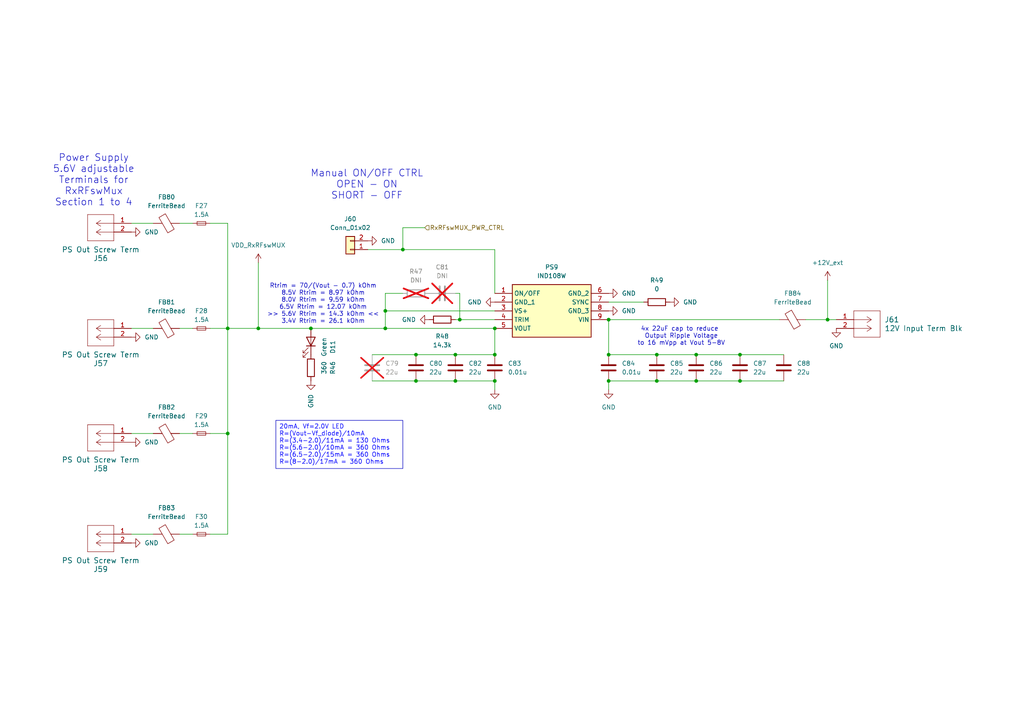
<source format=kicad_sch>
(kicad_sch (version 20231120) (generator "eeschema") (generator_version "8.0")
  (paper "A4")
  (title_block (title "PWR SPLY for RxRFswMUX") (date "2024-04-04") (rev "1.0"))
  (lib_symbols
    (symbol "BCRL_power_supply:IND108W"
      (property "Reference" "PS" (at 29.21 7.62 0))
      (property "Value" "IND108W" (at 29.21 5.08 0))
      (symbol "IND108W_1_1"
        (rectangle (start 5.08 2.54) (end 27.94 -12.7) (stroke (width 0.254)) (fill (type background)))
        (pin passive line (at 0 0 0) (length 5.08) (name "ON/OFF") (number "1"))
        (pin passive line (at 0 -2.54 0) (length 5.08) (name "GND_1") (number "2"))
        (pin passive line (at 0 -5.08 0) (length 5.08) (name "VS+") (number "3"))
        (pin passive line (at 0 -7.62 0) (length 5.08) (name "TRIM") (number "4"))
        (pin passive line (at 0 -10.16 0) (length 5.08) (name "VOUT") (number "5"))
        (pin passive line (at 33.02 0 180) (length 5.08) (name "GND_2") (number "6"))
        (pin passive line (at 33.02 -2.54 180) (length 5.08) (name "SYNC") (number "7"))
        (pin passive line (at 33.02 -5.08 180) (length 5.08) (name "GND_3") (number "8"))
        (pin passive line (at 33.02 -7.62 180) (length 5.08) (name "VIN") (number "9"))
      )
    )
    (symbol "BCRL_power_supply:OSTVN02A150" (pin_names (offset 0.254) hide)
      (property "Reference" "J" (at 8.89 6.35 0))
      (property "Value" "OSTVN02A150" (at 5.08 -6.35 0))
      (symbol "OSTVN02A150_1_1"
        (polyline (pts (xy 5.08 -5.08) (xy 12.7 -5.08)) (stroke (width 0.127)))
        (polyline (pts (xy 5.08 2.54) (xy 5.08 -5.08)) (stroke (width 0.127)))
        (polyline (pts (xy 10.16 -2.54) (xy 5.08 -2.54)) (stroke (width 0.127)))
        (polyline (pts (xy 10.16 -2.54) (xy 8.89 -3.3867)) (stroke (width 0.127)))
        (polyline (pts (xy 10.16 -2.54) (xy 8.89 -1.6933)) (stroke (width 0.127)))
        (polyline (pts (xy 10.16 0) (xy 5.08 0)) (stroke (width 0.127)))
        (polyline (pts (xy 10.16 0) (xy 8.89 -0.8467)) (stroke (width 0.127)))
        (polyline (pts (xy 10.16 0) (xy 8.89 0.8467)) (stroke (width 0.127)))
        (polyline (pts (xy 12.7 -5.08) (xy 12.7 2.54)) (stroke (width 0.127)))
        (polyline (pts (xy 12.7 2.54) (xy 5.08 2.54)) (stroke (width 0.127)))
        (pin unspecified line (at 0 0 0) (length 5.08) (name "1") (number "1"))
        (pin unspecified line (at 0 -2.54 0) (length 5.08) (name "2") (number "2"))
      )
      (symbol "OSTVN02A150_1_2"
        (polyline (pts (xy 5.08 -5.08) (xy 12.7 -5.08)) (stroke (width 0.127)))
        (polyline (pts (xy 5.08 2.54) (xy 5.08 -5.08)) (stroke (width 0.127)))
        (polyline (pts (xy 7.62 -2.54) (xy 5.08 -2.54)) (stroke (width 0.127)))
        (polyline (pts (xy 7.62 -2.54) (xy 8.89 -3.3867)) (stroke (width 0.127)))
        (polyline (pts (xy 7.62 -2.54) (xy 8.89 -1.6933)) (stroke (width 0.127)))
        (polyline (pts (xy 7.62 0) (xy 5.08 0)) (stroke (width 0.127)))
        (polyline (pts (xy 7.62 0) (xy 8.89 -0.8467)) (stroke (width 0.127)))
        (polyline (pts (xy 7.62 0) (xy 8.89 0.8467)) (stroke (width 0.127)))
        (polyline (pts (xy 12.7 -5.08) (xy 12.7 2.54)) (stroke (width 0.127)))
        (polyline (pts (xy 12.7 2.54) (xy 5.08 2.54)) (stroke (width 0.127)))
        (pin unspecified line (at 0 0 0) (length 5.08) (name "1") (number "1"))
        (pin unspecified line (at 0 -2.54 0) (length 5.08) (name "2") (number "2"))
      )
    )
    (symbol "C_1" (pin_numbers hide) (pin_names (offset 0.254) hide)
      (property "Reference" "C" (at 0.635 2.54 0))
      (property "Value" "C" (at 0.635 -2.54 0))
      (symbol "C_1_0_1"
        (polyline (pts (xy -2.032 -0.762) (xy 2.032 -0.762)) (stroke (width 0.508)))
        (polyline (pts (xy -2.032 0.762) (xy 2.032 0.762)) (stroke (width 0.508)))
      )
      (symbol "C_1_1_1"
        (pin passive line (at 0 3.81 270) (length 2.794) (name "~") (number "1"))
        (pin passive line (at 0 -3.81 90) (length 2.794) (name "~") (number "2"))
      )
    )
    (symbol "Connector_Generic:Conn_01x02" (pin_names (offset 1.016) hide)
      (property "Reference" "J" (at 0 2.54 0))
      (property "Value" "Conn_01x02" (at 0 -5.08 0))
      (symbol "Conn_01x02_1_1"
        (rectangle (start -1.27 -2.413) (end 0 -2.667) (stroke (width 0.1524)))
        (rectangle (start -1.27 0.127) (end 0 -0.127) (stroke (width 0.1524)))
        (rectangle (start -1.27 1.27) (end 1.27 -3.81) (stroke (width 0.254)) (fill (type background)))
        (pin passive line (at -5.08 0 0) (length 3.81) (name "Pin_1") (number "1"))
        (pin passive line (at -5.08 -2.54 0) (length 3.81) (name "Pin_2") (number "2"))
      )
    )
    (symbol "Device:C" (pin_numbers hide) (pin_names (offset 0.254))
      (property "Reference" "C" (at 0.635 2.54 0))
      (property "Value" "C" (at 0.635 -2.54 0))
      (symbol "C_0_1"
        (polyline (pts (xy -2.032 -0.762) (xy 2.032 -0.762)) (stroke (width 0.508)))
        (polyline (pts (xy -2.032 0.762) (xy 2.032 0.762)) (stroke (width 0.508)))
      )
      (symbol "C_1_1"
        (pin passive line (at 0 3.81 270) (length 2.794) (name "~") (number "1"))
        (pin passive line (at 0 -3.81 90) (length 2.794) (name "~") (number "2"))
      )
    )
    (symbol "Device:FerriteBead" (pin_numbers hide) (pin_names (offset 0))
      (property "Reference" "FB" (at -3.81 0.635 90))
      (property "Value" "FerriteBead" (at 3.81 0 90))
      (symbol "FerriteBead_0_1"
        (polyline (pts (xy 0 -1.27) (xy 0 -1.2192)))
        (polyline (pts (xy 0 1.27) (xy 0 1.2954)))
        (polyline (pts (xy -2.7686 0.4064) (xy -1.7018 2.2606) (xy 2.7686 -0.3048) (xy 1.6764 -2.159) (xy -2.7686 0.4064)))
      )
      (symbol "FerriteBead_1_1"
        (pin passive line (at 0 3.81 270) (length 2.54) (name "~") (number "1"))
        (pin passive line (at 0 -3.81 90) (length 2.54) (name "~") (number "2"))
      )
    )
    (symbol "Device:Fuse_Small" (pin_numbers hide) (pin_names (offset 0.254) hide)
      (property "Reference" "F" (at 0 -1.524 0))
      (property "Value" "Fuse_Small" (at 0 1.524 0))
      (symbol "Fuse_Small_0_1"
        (rectangle (start -1.27 0.508) (end 1.27 -0.508))
        (polyline (pts (xy -1.27 0) (xy 1.27 0)))
      )
      (symbol "Fuse_Small_1_1"
        (pin passive line (at -2.54 0 0) (length 1.27) (name "~") (number "1"))
        (pin passive line (at 2.54 0 180) (length 1.27) (name "~") (number "2"))
      )
    )
    (symbol "Device:LED" (pin_numbers hide) (pin_names (offset 1.016) hide)
      (property "Reference" "D" (at 0 2.54 0))
      (property "Value" "LED" (at 0 -2.54 0))
      (symbol "LED_0_1"
        (polyline (pts (xy -1.27 -1.27) (xy -1.27 1.27)) (stroke (width 0.254)))
        (polyline (pts (xy -1.27 0) (xy 1.27 0)))
        (polyline (pts (xy 1.27 -1.27) (xy 1.27 1.27) (xy -1.27 0) (xy 1.27 -1.27)) (stroke (width 0.254)))
        (polyline (pts (xy -3.048 -0.762) (xy -4.572 -2.286) (xy -3.81 -2.286) (xy -4.572 -2.286) (xy -4.572 -1.524)))
        (polyline (pts (xy -1.778 -0.762) (xy -3.302 -2.286) (xy -2.54 -2.286) (xy -3.302 -2.286) (xy -3.302 -1.524)))
      )
      (symbol "LED_1_1"
        (pin passive line (at -3.81 0 0) (length 2.54) (name "K") (number "1"))
        (pin passive line (at 3.81 0 180) (length 2.54) (name "A") (number "2"))
      )
    )
    (symbol "Device:R" (pin_numbers hide) (pin_names (offset 0))
      (property "Reference" "R" (at 2.032 0 90))
      (property "Value" "R" (at 0 0 90))
      (symbol "R_0_1"
        (rectangle (start -1.016 -2.54) (end 1.016 2.54) (stroke (width 0.254)))
      )
      (symbol "R_1_1"
        (pin passive line (at 0 3.81 270) (length 1.27) (name "~") (number "1"))
        (pin passive line (at 0 -3.81 90) (length 1.27) (name "~") (number "2"))
      )
    )
    (symbol "GND_1" (power) (pin_numbers hide) (pin_names (offset 0) hide)
      (property "Value" "GND" (at 0 -3.81 0))
      (symbol "GND_1_0_1"
        (polyline (pts (xy 0 0) (xy 0 -1.27) (xy 1.27 -1.27) (xy 0 -2.54) (xy -1.27 -1.27) (xy 0 -1.27)))
      )
      (symbol "GND_1_1_1"
        (pin power_in line (at 0 0 270) (length 0) hide (name "GND") (number "1"))
      )
    )
    (symbol "GND_2" (power) (pin_numbers hide) (pin_names (offset 0) hide)
      (property "Value" "GND" (at 0 -3.81 0))
      (symbol "GND_2_0_1"
        (polyline (pts (xy 0 0) (xy 0 -1.27) (xy 1.27 -1.27) (xy 0 -2.54) (xy -1.27 -1.27) (xy 0 -1.27)))
      )
      (symbol "GND_2_1_1"
        (pin power_in line (at 0 0 270) (length 0) hide (name "GND") (number "1"))
      )
    )
    (symbol "GND_3" (power) (pin_numbers hide) (pin_names (offset 0) hide)
      (property "Value" "GND" (at 0 -3.81 0))
      (symbol "GND_3_0_1"
        (polyline (pts (xy 0 0) (xy 0 -1.27) (xy 1.27 -1.27) (xy 0 -2.54) (xy -1.27 -1.27) (xy 0 -1.27)))
      )
      (symbol "GND_3_1_1"
        (pin power_in line (at 0 0 270) (length 0) hide (name "GND") (number "1"))
      )
    )
    (symbol "GND_4" (power) (pin_numbers hide) (pin_names (offset 0) hide)
      (property "Value" "GND" (at 0 -3.81 0))
      (symbol "GND_4_0_1"
        (polyline (pts (xy 0 0) (xy 0 -1.27) (xy 1.27 -1.27) (xy 0 -2.54) (xy -1.27 -1.27) (xy 0 -1.27)))
      )
      (symbol "GND_4_1_1"
        (pin power_in line (at 0 0 270) (length 0) hide (name "GND") (number "1"))
      )
    )
    (symbol "GND_5" (power) (pin_numbers hide) (pin_names (offset 0) hide)
      (property "Value" "GND" (at 0 -3.81 0))
      (symbol "GND_5_0_1"
        (polyline (pts (xy 0 0) (xy 0 -1.27) (xy 1.27 -1.27) (xy 0 -2.54) (xy -1.27 -1.27) (xy 0 -1.27)))
      )
      (symbol "GND_5_1_1"
        (pin power_in line (at 0 0 270) (length 0) hide (name "GND") (number "1"))
      )
    )
    (symbol "power:+12V" (power) (pin_numbers hide) (pin_names (offset 0) hide)
      (property "Value" "+12V" (at 0 3.556 0))
      (symbol "+12V_0_1"
        (polyline (pts (xy -0.762 1.27) (xy 0 2.54)))
        (polyline (pts (xy 0 0) (xy 0 2.54)))
        (polyline (pts (xy 0 2.54) (xy 0.762 1.27)))
      )
      (symbol "+12V_1_1"
        (pin power_in line (at 0 0 90) (length 0) (name "~") (number "1"))
      )
    )
    (symbol "power:GND" (power) (pin_numbers hide) (pin_names (offset 0) hide)
      (property "Value" "GND" (at 0 -3.81 0))
      (symbol "GND_0_1"
        (polyline (pts (xy 0 0) (xy 0 -1.27) (xy 1.27 -1.27) (xy 0 -2.54) (xy -1.27 -1.27) (xy 0 -1.27)))
      )
      (symbol "GND_1_1"
        (pin power_in line (at 0 0 270) (length 0) hide (name "GND") (number "1"))
      )
    )
    (symbol "power:VDD" (power) (pin_numbers hide) (pin_names (offset 0) hide)
      (property "Value" "VDD" (at 0 3.556 0))
      (symbol "VDD_0_1"
        (polyline (pts (xy -0.762 1.27) (xy 0 2.54)))
        (polyline (pts (xy 0 0) (xy 0 2.54)))
        (polyline (pts (xy 0 2.54) (xy 0.762 1.27)))
      )
      (symbol "VDD_1_1"
        (pin power_in line (at 0 0 90) (length 0) (name "~") (number "1"))
      )
    )
  )
  (junction (at 120.65 110.49))
  (junction (at 143.51 110.49))
  (junction (at 143.51 102.87))
  (junction (at 111.76 90.17))
  (junction (at 190.5 102.87))
  (junction (at 66.04 95.25))
  (junction (at 90.17 95.25))
  (junction (at 214.63 110.49))
  (junction (at 133.35 92.71))
  (junction (at 176.53 102.87))
  (junction (at 120.65 102.87))
  (junction (at 176.53 110.49))
  (junction (at 201.93 102.87))
  (junction (at 74.93 95.25))
  (junction (at 214.63 102.87))
  (junction (at 116.84 72.39))
  (junction (at 66.04 125.73))
  (junction (at 132.08 110.49))
  (junction (at 143.51 95.25))
  (junction (at 132.08 102.87))
  (junction (at 201.93 110.49))
  (junction (at 240.03 92.71))
  (junction (at 176.53 92.71))
  (junction (at 111.76 95.25))
  (junction (at 190.5 110.49))
  (wire (pts (xy 143.51 95.25) (xy 143.51 102.87)))
  (wire (pts (xy 66.04 95.25) (xy 74.93 95.25)))
  (wire (pts (xy 133.35 92.71) (xy 143.51 92.71)))
  (wire (pts (xy 111.76 85.09) (xy 111.76 90.17)))
  (wire (pts (xy 90.17 95.25) (xy 111.76 95.25)))
  (wire (pts (xy 38.1 125.73) (xy 44.45 125.73)))
  (wire (pts (xy 214.63 102.87) (xy 227.33 102.87)))
  (wire (pts (xy 60.96 154.94) (xy 66.04 154.94)))
  (wire (pts (xy 38.1 95.25) (xy 44.45 95.25)))
  (wire (pts (xy 143.51 72.39) (xy 143.51 85.09)))
  (wire (pts (xy 176.53 102.87) (xy 190.5 102.87)))
  (wire (pts (xy 52.07 125.73) (xy 55.88 125.73)))
  (wire (pts (xy 132.08 85.09) (xy 133.35 85.09)))
  (wire (pts (xy 66.04 154.94) (xy 66.04 125.73)))
  (wire (pts (xy 66.04 64.77) (xy 66.04 95.25)))
  (wire (pts (xy 52.07 154.94) (xy 55.88 154.94)))
  (wire (pts (xy 120.65 102.87) (xy 132.08 102.87)))
  (wire (pts (xy 120.65 110.49) (xy 132.08 110.49)))
  (wire (pts (xy 123.19 66.04) (xy 116.84 66.04)))
  (wire (pts (xy 143.51 110.49) (xy 143.51 113.03)))
  (wire (pts (xy 176.53 92.71) (xy 226.06 92.71)))
  (wire (pts (xy 201.93 102.87) (xy 214.63 102.87)))
  (wire (pts (xy 74.93 95.25) (xy 90.17 95.25)))
  (wire (pts (xy 60.96 64.77) (xy 66.04 64.77)))
  (wire (pts (xy 106.68 72.39) (xy 116.84 72.39)))
  (wire (pts (xy 38.1 154.94) (xy 44.45 154.94)))
  (wire (pts (xy 240.03 92.71) (xy 242.57 92.71)))
  (wire (pts (xy 74.93 76.2) (xy 74.93 95.25)))
  (wire (pts (xy 176.53 110.49) (xy 190.5 110.49)))
  (wire (pts (xy 240.03 81.28) (xy 240.03 92.71)))
  (wire (pts (xy 60.96 125.73) (xy 66.04 125.73)))
  (wire (pts (xy 201.93 110.49) (xy 214.63 110.49)))
  (wire (pts (xy 52.07 64.77) (xy 55.88 64.77)))
  (wire (pts (xy 132.08 110.49) (xy 143.51 110.49)))
  (wire (pts (xy 132.08 102.87) (xy 143.51 102.87)))
  (wire (pts (xy 143.51 90.17) (xy 111.76 90.17)))
  (wire (pts (xy 116.84 72.39) (xy 143.51 72.39)))
  (wire (pts (xy 214.63 110.49) (xy 227.33 110.49)))
  (wire (pts (xy 176.53 87.63) (xy 186.69 87.63)))
  (wire (pts (xy 176.53 92.71) (xy 176.53 102.87)))
  (wire (pts (xy 52.07 95.25) (xy 55.88 95.25)))
  (wire (pts (xy 116.84 66.04) (xy 116.84 72.39)))
  (wire (pts (xy 38.1 64.77) (xy 44.45 64.77)))
  (wire (pts (xy 233.68 92.71) (xy 240.03 92.71)))
  (wire (pts (xy 116.84 85.09) (xy 111.76 85.09)))
  (wire (pts (xy 190.5 102.87) (xy 201.93 102.87)))
  (wire (pts (xy 111.76 90.17) (xy 111.76 95.25)))
  (wire (pts (xy 107.95 110.49) (xy 120.65 110.49)))
  (wire (pts (xy 111.76 95.25) (xy 143.51 95.25)))
  (wire (pts (xy 132.08 92.71) (xy 133.35 92.71)))
  (wire (pts (xy 107.95 102.87) (xy 120.65 102.87)))
  (wire (pts (xy 60.96 95.25) (xy 66.04 95.25)))
  (wire (pts (xy 66.04 125.73) (xy 66.04 95.25)))
  (wire (pts (xy 133.35 85.09) (xy 133.35 92.71)))
  (wire (pts (xy 176.53 110.49) (xy 176.53 113.03)))
  (wire (pts (xy 190.5 110.49) (xy 201.93 110.49)))
  (text_box "20mA, Vf=2.0V LED \nR=(Vout-Vf_diode)/10mA \nR=(3.4-2.0)/11mA = 130 Ohms  \nR=(5.6-2.0)/10mA = 360 Ohms  \nR=(6.5-2.0)/15mA = 360 Ohms  \nR=(8-2.0)/17mA = 360 Ohms  \n" (at 80.01 121.92 0) (size 36.83 13.97) (effects (font (size 1.27 1.27)) (justify left top)))
  (text "4x 22uF cap to reduce \nOutput Ripple Voltage\nto 16 mVpp at Vout 5-8V" (at 197.612 97.536 0) (effects (font (size 1.27 1.27))))
  (text "Manual ON/OFF CTRL\nOPEN - ON\nSHORT - OFF" (at 106.426 53.594 0) (effects (font (size 2 2))))
  (text "Rtrim = 70/(Vout - 0.7) kOhm\n8.5V Rtrim = 8.97 kOhm\n8.0V Rtrim = 9.59 kOhm\n6.5V Rtrim = 12.07 kOhm\n>> 5.6V Rtrim = 14.3 kOhm <<\n3.4V Rtrim = 26.1 kOhm\n\n\n" (at 93.726 90.17 0) (effects (font (size 1.27 1.27))))
  (text "Power Supply\n5.6V adjustable\nTerminals for\nRxRFswMux\nSection 1 to 4" (at 27.178 52.324 0) (effects (font (size 2 2))))
  (hierarchical_label "RxRFswMUX_PWR_CTRL" (shape input) (at 123.19 66.04 0))
  (symbol (lib_id "Device:C") (at 201.93 106.68 0) (unit 1)
    (property "Reference" "C86" (at 205.74 105.4099 0) (effects (justify left)))
    (property "Value" "22u" (at 205.74 107.9499 0) (effects (justify left)))
    (property "Footprint" "BCRL_power_supply:CAPC2012X145N" (effects (hide yes)))
    (property "Datasheet" "https://www.mouser.ca/datasheet/2/281/1/GRM21BR61E226ME44_01A-1986898.pdf" (effects (hide yes)))
    (property "Description" "22 uF 25V " (effects (hide yes)))
    (property "PN" "GRM21BR61E226ME44L" (effects (hide yes)))
    (property "Mfr" "Murata" (effects (hide yes)))
  )
  (symbol (lib_id "Device:C") (at 190.5 106.68 0) (unit 1)
    (property "Reference" "C85" (at 194.31 105.4099 0) (effects (justify left)))
    (property "Value" "22u" (at 194.31 107.9499 0) (effects (justify left)))
    (property "Footprint" "BCRL_power_supply:CAPC2012X145N" (effects (hide yes)))
    (property "Datasheet" "https://www.mouser.ca/datasheet/2/281/1/GRM21BR61E226ME44_01A-1986898.pdf" (effects (hide yes)))
    (property "Description" "22 uF 25V " (effects (hide yes)))
    (property "PN" "GRM21BR61E226ME44L" (effects (hide yes)))
    (property "Mfr" "Murata" (effects (hide yes)))
  )
  (symbol (lib_name "GND_5") (lib_id "power:GND") (at 143.51 113.03 0) (mirror y) (unit 1)
    (property "Reference" "#PWR0271" (effects (hide yes)))
    (property "Value" "GND" (at 143.51 118.11 0))
  )
  (symbol (lib_name "GND_4") (lib_id "power:GND") (at 38.1 97.79 90) (mirror x) (unit 1)
    (property "Reference" "#PWR0263" (effects (hide yes)))
    (property "Value" "GND" (at 41.91 97.79 90) (effects (justify right)))
  )
  (symbol (lib_name "GND_2") (lib_id "power:GND") (at 176.53 85.09 90) (mirror x) (unit 1)
    (property "Reference" "#PWR0272" (effects (hide yes)))
    (property "Value" "GND" (at 180.34 85.0899 90) (effects (justify right)))
  )
  (symbol (lib_id "BCRL_power_supply:OSTVN02A150") (at 38.1 95.25 0) (mirror y) (unit 1)
    (property "Reference" "J57" (at 29.21 105.41 0) (effects (font (size 1.524 1.524))))
    (property "Value" "PS Out Screw Term" (at 29.21 102.87 0) (effects (font (size 1.524 1.524))))
    (property "Footprint" "BCRL_power_supply:CONN_OSTVN02A150_OST" (effects (hide yes)))
    (property "Datasheet" "https://mm.digikey.com/Volume0/opasdata/d220001/medias/docus/1123/OSTVNXXA150.pdf" (effects (hide yes)))
    (property "Description" "2 Screw Terminal" (effects (hide yes)))
    (property "PN" "OSTVN02A150" (effects (hide yes)))
    (property "Mfr" "On Shore Technology Inc." (effects (hide yes)))
  )
  (symbol (lib_id "Device:C") (at 132.08 106.68 0) (unit 1)
    (property "Reference" "C82" (at 135.89 105.4099 0) (effects (justify left)))
    (property "Value" "22u" (at 135.89 107.9499 0) (effects (justify left)))
    (property "Footprint" "BCRL_power_supply:CAPC2012X145N" (effects (hide yes)))
    (property "Datasheet" "https://www.mouser.ca/datasheet/2/281/1/GRM21BR61E226ME44_01A-1986898.pdf" (effects (hide yes)))
    (property "Description" "22 uF 25V " (effects (hide yes)))
    (property "PN" "GRM21BR61E226ME44L" (effects (hide yes)))
    (property "Mfr" "Murata" (effects (hide yes)))
  )
  (symbol (lib_id "Device:C") (at 120.65 106.68 0) (unit 1)
    (property "Reference" "C80" (at 124.46 105.4099 0) (effects (justify left)))
    (property "Value" "22u" (at 124.46 107.9499 0) (effects (justify left)))
    (property "Footprint" "BCRL_power_supply:CAPC2012X145N" (effects (hide yes)))
    (property "Datasheet" "https://www.mouser.ca/datasheet/2/281/1/GRM21BR61E226ME44_01A-1986898.pdf" (effects (hide yes)))
    (property "Description" "22 uF 25V " (effects (hide yes)))
    (property "PN" "GRM21BR61E226ME44L" (effects (hide yes)))
    (property "Mfr" "Murata" (effects (hide yes)))
  )
  (symbol (lib_id "BCRL_power_supply:IND108W") (at 143.51 85.09 0) (unit 1)
    (property "Reference" "PS9" (at 160.02 77.47 0))
    (property "Value" "IND108W" (at 160.02 80.01 0))
    (property "Footprint" "BCRL_power_supply:IND108W" (effects (hide yes)))
    (property "Datasheet" "https://www.omnionpower.com/assets/pdfs/windchill/data-sheet/ind108w_ds.pdf?nocache=1710831926" (effects (hide yes)))
    (property "Description" "DC/DC 12Vin 3-9V 108W 12A" (effects (hide yes)))
    (property "Height" "10" (effects (hide yes)))
    (property "Manufacturer_Name" "OmniOn Power" (effects (hide yes)))
    (property "Manufacturer_Part_Number" "IND108W" (effects (hide yes)))
    (property "Mfr" "GE" (effects (hide yes)))
    (property "PN" "IND108W" (effects (hide yes)))
  )
  (symbol (lib_name "GND_3") (lib_id "power:GND") (at 176.53 90.17 90) (mirror x) (unit 1)
    (property "Reference" "#PWR0273" (effects (hide yes)))
    (property "Value" "GND" (at 180.34 90.1699 90) (effects (justify right)))
  )
  (symbol (lib_id "Device:C") (at 107.95 106.68 0) (unit 1) (in_bom no) (dnp yes)
    (property "Reference" "C79" (at 111.76 105.4099 0) (effects (justify left)))
    (property "Value" "22u" (at 111.76 107.9499 0) (effects (justify left)))
    (property "Footprint" "BCRL_power_supply:CAPC2012X145N" (effects (hide yes)))
    (property "Datasheet" "https://www.mouser.ca/datasheet/2/281/1/GRM21BR61E226ME44_01A-1986898.pdf" (effects (hide yes)))
    (property "Description" "22 uF 25V " (effects (hide yes)))
    (property "PN" "GRM21BR61E226ME44L" (effects (hide yes)))
    (property "Mfr" "Murata" (effects (hide yes)))
  )
  (symbol (lib_id "Device:R") (at 190.5 87.63 270) (mirror x) (unit 1)
    (property "Reference" "R49" (at 190.5 81.28 90))
    (property "Value" "0" (at 190.5 83.82 90))
    (property "Footprint" "BCRL_power_supply:RESC1608X55N" (effects (hide yes)))
    (property "Datasheet" "https://www.vishay.com/docs/20035/dcrcwe3.pdf" (effects (hide yes)))
    (property "Description" "1/10 W" (effects (hide yes)))
    (property "PN" "CRCW06030000Z0EAHP" (effects (hide yes)))
    (property "Mfr" "Vishay" (effects (hide yes)))
  )
  (symbol (lib_id "Device:Fuse_Small") (at 58.42 95.25 0) (unit 1)
    (property "Reference" "F28" (at 58.42 90.17 0))
    (property "Value" "1.5A" (at 58.42 92.71 0))
    (property "Footprint" "BCRL_power_supply:ERBRE0R50V" (effects (hide yes)))
    (property "Datasheet" "https://www.mouser.ca/datasheet/2/315/AFA0000C7-1025982.pdf" (effects (hide yes)))
    (property "Description" "SMD Fuse 0603" (effects (hide yes)))
    (property "PN" "ERB-RE1R50V" (effects (hide yes)))
    (property "Mfr" "Panasonic" (effects (hide yes)))
  )
  (symbol (lib_id "Device:LED") (at 90.17 99.06 270) (mirror x) (unit 1)
    (property "Reference" "D11" (at 96.52 100.6475 0))
    (property "Value" "Green" (at 93.98 100.6475 0))
    (property "Footprint" "BCRL_power_supply:LEDC1608X80N" (effects (hide yes)))
    (property "Datasheet" "https://www.we-online.com/catalog/datasheet/150060VS75000.pdf" (effects (hide yes)))
    (property "Description" "LED green 20mA Vf=2V" (effects (hide yes)))
    (property "PN" "150060VS75000" (effects (hide yes)))
    (property "Mfr" "Wurth Elektronik" (effects (hide yes)))
  )
  (symbol (lib_id "BCRL_power_supply:OSTVN02A150") (at 38.1 64.77 0) (mirror y) (unit 1)
    (property "Reference" "J56" (at 29.21 74.93 0) (effects (font (size 1.524 1.524))))
    (property "Value" "PS Out Screw Term" (at 29.21 72.39 0) (effects (font (size 1.524 1.524))))
    (property "Footprint" "BCRL_power_supply:CONN_OSTVN02A150_OST" (effects (hide yes)))
    (property "Datasheet" "https://mm.digikey.com/Volume0/opasdata/d220001/medias/docus/1123/OSTVNXXA150.pdf" (effects (hide yes)))
    (property "Description" "2 Screw Terminal" (effects (hide yes)))
    (property "PN" "OSTVN02A150" (effects (hide yes)))
    (property "Mfr" "On Shore Technology Inc." (effects (hide yes)))
  )
  (symbol (lib_id "Device:FerriteBead") (at 48.26 125.73 270) (mirror x) (unit 1)
    (property "Reference" "FB82" (at 48.3108 118.11 90))
    (property "Value" "FerriteBead" (at 48.3108 120.65 90))
    (property "Footprint" "BCRL_power_supply:BEADC1005X55N" (effects (hide yes)))
    (property "Datasheet" "https://product.tdk.com/system/files/dam/doc/product/emc/emc/suppression-filter/catalog/suppression-filter_commercial_maf1005p_en.pdf" (effects (hide yes)))
    (property "Description" "Ferrite bead 9 mOhm 6A" (effects (hide yes)))
    (property "PN" "MAF1005PAD120CT000" (effects (hide yes)))
    (property "Mfr" "TDK" (effects (hide yes)))
  )
  (symbol (lib_id "Device:Fuse_Small") (at 58.42 64.77 0) (unit 1)
    (property "Reference" "F27" (at 58.42 59.69 0))
    (property "Value" "1.5A" (at 58.42 62.23 0))
    (property "Footprint" "BCRL_power_supply:ERBRE0R50V" (effects (hide yes)))
    (property "Datasheet" "https://www.mouser.ca/datasheet/2/315/AFA0000C7-1025982.pdf" (effects (hide yes)))
    (property "Description" "SMD Fuse 0603" (effects (hide yes)))
    (property "PN" "ERB-RE1R50V" (effects (hide yes)))
    (property "Mfr" "Panasonic" (effects (hide yes)))
  )
  (symbol (lib_id "Device:FerriteBead") (at 48.26 64.77 270) (mirror x) (unit 1)
    (property "Reference" "FB80" (at 48.3108 57.15 90))
    (property "Value" "FerriteBead" (at 48.3108 59.69 90))
    (property "Footprint" "BCRL_power_supply:BEADC1005X55N" (effects (hide yes)))
    (property "Datasheet" "https://product.tdk.com/system/files/dam/doc/product/emc/emc/suppression-filter/catalog/suppression-filter_commercial_maf1005p_en.pdf" (effects (hide yes)))
    (property "Description" "Ferrite bead 9 mOhm 6A" (effects (hide yes)))
    (property "PN" "MAF1005PAD120CT000" (effects (hide yes)))
    (property "Mfr" "TDK" (effects (hide yes)))
  )
  (symbol (lib_id "Device:Fuse_Small") (at 58.42 125.73 0) (unit 1)
    (property "Reference" "F29" (at 58.42 120.65 0))
    (property "Value" "1.5A" (at 58.42 123.19 0))
    (property "Footprint" "BCRL_power_supply:ERBRE0R50V" (effects (hide yes)))
    (property "Datasheet" "https://www.mouser.ca/datasheet/2/315/AFA0000C7-1025982.pdf" (effects (hide yes)))
    (property "Description" "SMD Fuse 0603" (effects (hide yes)))
    (property "PN" "ERB-RE1R50V" (effects (hide yes)))
    (property "Mfr" "Panasonic" (effects (hide yes)))
  )
  (symbol (lib_id "Device:C") (at 176.53 106.68 0) (unit 1)
    (property "Reference" "C84" (at 180.34 105.4099 0) (effects (justify left)))
    (property "Value" "0.01u" (at 180.34 107.9499 0) (effects (justify left)))
    (property "Footprint" "BCRL_power_supply:CAPC1608X90N" (effects (hide yes)))
    (property "Datasheet" "https://www.mouser.ca/datasheet/2/281/1/GRM1885C1E103JA01_01A-1984693.pdf" (effects (hide yes)))
    (property "Description" "0.01 uF 25V" (effects (hide yes)))
    (property "PN" "GRM1885C1E103JA01D" (effects (hide yes)))
    (property "Mfr" "Murata" (effects (hide yes)))
  )
  (symbol (lib_id "Device:FerriteBead") (at 48.26 95.25 270) (mirror x) (unit 1)
    (property "Reference" "FB81" (at 48.3108 87.63 90))
    (property "Value" "FerriteBead" (at 48.3108 90.17 90))
    (property "Footprint" "BCRL_power_supply:BEADC1005X55N" (effects (hide yes)))
    (property "Datasheet" "https://product.tdk.com/system/files/dam/doc/product/emc/emc/suppression-filter/catalog/suppression-filter_commercial_maf1005p_en.pdf" (effects (hide yes)))
    (property "Description" "Ferrite bead 9 mOhm 6A" (effects (hide yes)))
    (property "PN" "MAF1005PAD120CT000" (effects (hide yes)))
    (property "Mfr" "TDK" (effects (hide yes)))
  )
  (symbol (lib_id "Device:R") (at 90.17 106.68 0) (mirror x) (unit 1)
    (property "Reference" "R46" (at 96.52 106.68 90))
    (property "Value" "360" (at 93.98 106.68 90))
    (property "Footprint" "BCRL_power_supply:RESC1608X50N" (effects (hide yes)))
    (property "Datasheet" "https://www.vishay.com/docs/20035/dcrcwe3.pdf" (effects (hide yes)))
    (property "Description" "1/10 W" (effects (hide yes)))
    (property "PN" "CRCW0603360RJNEA" (effects (hide yes)))
    (property "Mfr" "Vishay" (effects (hide yes)))
  )
  (symbol (lib_id "Device:Fuse_Small") (at 58.42 154.94 0) (unit 1)
    (property "Reference" "F30" (at 58.42 149.86 0))
    (property "Value" "1.5A" (at 58.42 152.4 0))
    (property "Footprint" "BCRL_power_supply:ERBRE0R50V" (effects (hide yes)))
    (property "Datasheet" "https://www.mouser.ca/datasheet/2/315/AFA0000C7-1025982.pdf" (effects (hide yes)))
    (property "Description" "SMD Fuse 0603" (effects (hide yes)))
    (property "PN" "ERB-RE1R50V" (effects (hide yes)))
    (property "Mfr" "Panasonic" (effects (hide yes)))
  )
  (symbol (lib_id "Connector_Generic:Conn_01x02") (at 101.6 72.39 180) (unit 1)
    (property "Reference" "J60" (at 101.6 63.5 0))
    (property "Value" "Conn_01x02" (at 101.6 66.04 0))
    (property "Footprint" "BCRL_power_supply:M20-8770242" (effects (hide yes)))
    (property "Datasheet" "https://www.mouser.ca/datasheet/2/181/M20-877-1133516.pdf" (effects (hide yes)))
    (property "Description" "1x2 pin Header SMT, Vertical " (effects (hide yes)))
    (property "PN" "M20-8770242" (effects (hide yes)))
    (property "Mfr" "Harwin" (effects (hide yes)))
  )
  (symbol (lib_id "Device:FerriteBead") (at 48.26 154.94 270) (mirror x) (unit 1)
    (property "Reference" "FB83" (at 48.3108 147.32 90))
    (property "Value" "FerriteBead" (at 48.3108 149.86 90))
    (property "Footprint" "BCRL_power_supply:BEADC1005X55N" (effects (hide yes)))
    (property "Datasheet" "https://product.tdk.com/system/files/dam/doc/product/emc/emc/suppression-filter/catalog/suppression-filter_commercial_maf1005p_en.pdf" (effects (hide yes)))
    (property "Description" "Ferrite bead 9 mOhm 6A" (effects (hide yes)))
    (property "PN" "MAF1005PAD120CT000" (effects (hide yes)))
    (property "Mfr" "TDK" (effects (hide yes)))
  )
  (symbol (lib_name "GND_4") (lib_id "power:GND") (at 143.51 87.63 270) (mirror x) (unit 1)
    (property "Reference" "#PWR0270" (effects (hide yes)))
    (property "Value" "GND" (at 139.7 87.6299 90) (effects (justify right)))
  )
  (symbol (lib_name "GND_4") (lib_id "power:GND") (at 38.1 157.48 90) (mirror x) (unit 1)
    (property "Reference" "#PWR0265" (effects (hide yes)))
    (property "Value" "GND" (at 41.91 157.48 90) (effects (justify right)))
  )
  (symbol (lib_id "Device:C") (at 227.33 106.68 0) (unit 1)
    (property "Reference" "C88" (at 231.14 105.4099 0) (effects (justify left)))
    (property "Value" "22u" (at 231.14 107.9499 0) (effects (justify left)))
    (property "Footprint" "BCRL_power_supply:CAPC2012X145N" (effects (hide yes)))
    (property "Datasheet" "https://www.mouser.ca/datasheet/2/281/1/GRM21BR61E226ME44_01A-1986898.pdf" (effects (hide yes)))
    (property "Description" "22 uF 25V " (effects (hide yes)))
    (property "PN" "GRM21BR61E226ME44L" (effects (hide yes)))
    (property "Mfr" "Murata" (effects (hide yes)))
  )
  (symbol (lib_name "GND_4") (lib_id "power:GND") (at 38.1 67.31 90) (mirror x) (unit 1)
    (property "Reference" "#PWR0262" (effects (hide yes)))
    (property "Value" "GND" (at 41.91 67.31 90) (effects (justify right)))
  )
  (symbol (lib_id "Device:C") (at 214.63 106.68 0) (unit 1)
    (property "Reference" "C87" (at 218.44 105.4099 0) (effects (justify left)))
    (property "Value" "22u" (at 218.44 107.9499 0) (effects (justify left)))
    (property "Footprint" "BCRL_power_supply:CAPC2012X145N" (effects (hide yes)))
    (property "Datasheet" "https://www.mouser.ca/datasheet/2/281/1/GRM21BR61E226ME44_01A-1986898.pdf" (effects (hide yes)))
    (property "Description" "22 uF 25V " (effects (hide yes)))
    (property "PN" "GRM21BR61E226ME44L" (effects (hide yes)))
    (property "Mfr" "Murata" (effects (hide yes)))
  )
  (symbol (lib_id "Device:FerriteBead") (at 229.87 92.71 270) (mirror x) (unit 1)
    (property "Reference" "FB84" (at 229.9208 85.09 90))
    (property "Value" "FerriteBead" (at 229.9208 87.63 90))
    (property "Footprint" "BCRL_power_supply:BEADC1005X55N" (effects (hide yes)))
    (property "Datasheet" "https://product.tdk.com/system/files/dam/doc/product/emc/emc/suppression-filter/catalog/suppression-filter_commercial_maf1005p_en.pdf" (effects (hide yes)))
    (property "Description" "Ferrite bead 9 mOhm 6A" (effects (hide yes)))
    (property "PN" "MAF1005PAD120CT000" (effects (hide yes)))
    (property "Mfr" "TDK" (effects (hide yes)))
  )
  (symbol (lib_name "C_1") (lib_id "Device:C") (at 128.27 85.09 270) (mirror x) (unit 1) (in_bom no) (dnp yes)
    (property "Reference" "C81" (at 128.27 77.47 90))
    (property "Value" "DNI" (at 128.27 80.01 90))
    (property "Footprint" "Capacitor_SMD:C_0603_1608Metric" (effects (hide yes)))
    (property "Description" "Ctune" (effects (hide yes)))
  )
  (symbol (lib_id "BCRL_power_supply:OSTVN02A150") (at 38.1 154.94 0) (mirror y) (unit 1)
    (property "Reference" "J59" (at 29.21 165.1 0) (effects (font (size 1.524 1.524))))
    (property "Value" "PS Out Screw Term" (at 29.21 162.56 0) (effects (font (size 1.524 1.524))))
    (property "Footprint" "BCRL_power_supply:CONN_OSTVN02A150_OST" (effects (hide yes)))
    (property "Datasheet" "https://mm.digikey.com/Volume0/opasdata/d220001/medias/docus/1123/OSTVNXXA150.pdf" (effects (hide yes)))
    (property "Description" "2 Screw Terminal" (effects (hide yes)))
    (property "PN" "OSTVN02A150" (effects (hide yes)))
    (property "Mfr" "On Shore Technology Inc." (effects (hide yes)))
  )
  (symbol (lib_name "GND_1") (lib_id "power:GND") (at 124.46 92.71 270) (mirror x) (unit 1)
    (property "Reference" "#PWR0269" (effects (hide yes)))
    (property "Value" "GND" (at 120.65 92.7099 90) (effects (justify right)))
  )
  (symbol (lib_id "Device:R") (at 128.27 92.71 90) (mirror x) (unit 1)
    (property "Reference" "R48" (at 128.27 97.536 90))
    (property "Value" "14.3k" (at 128.27 100.076 90))
    (property "Footprint" "BCRL_power_supply:RESC1608X50N" (effects (hide yes)))
    (property "Datasheet" "https://www.vishay.com/doc?20035" (effects (hide yes)))
    (property "Description" "1/10 W" (effects (hide yes)))
    (property "PN" "CRCW060314K3FKEA" (effects (hide yes)))
    (property "Mfr" "Vishay" (effects (hide yes)))
  )
  (symbol (lib_name "GND_2") (lib_id "power:GND") (at 194.31 87.63 90) (mirror x) (unit 1)
    (property "Reference" "#PWR0275" (effects (hide yes)))
    (property "Value" "GND" (at 198.12 87.6299 90) (effects (justify right)))
  )
  (symbol (lib_id "power:+12V") (at 240.03 81.28 0) (unit 1)
    (property "Reference" "#PWR0332" (effects (hide yes)))
    (property "Value" "+12V_ext" (at 240.03 76.2 0))
    (property "Description" "Power symbol creates a global label with name \"+12V\"" (effects (hide yes)))
  )
  (symbol (lib_id "power:VDD") (at 74.93 76.2 0) (unit 1)
    (property "Reference" "#PWR0266" (effects (hide yes)))
    (property "Value" "VDD_RxRFswMUX" (at 74.93 71.12 0))
    (property "Description" "Power symbol creates a global label with name \"VDD\"" (effects (hide yes)))
  )
  (symbol (lib_id "Device:R") (at 120.65 85.09 90) (unit 1) (in_bom no) (dnp yes)
    (property "Reference" "R47" (at 120.65 78.74 90))
    (property "Value" "DNI" (at 120.65 81.28 90))
    (property "Footprint" "Resistor_SMD:R_0603_1608Metric" (effects (hide yes)))
    (property "Description" "Rtune" (effects (hide yes)))
  )
  (symbol (lib_id "power:GND") (at 106.68 69.85 90) (unit 1)
    (property "Reference" "#PWR0268" (effects (hide yes)))
    (property "Value" "GND" (at 110.49 69.8499 90) (effects (justify right)))
  )
  (symbol (lib_id "power:GND") (at 176.53 113.03 0) (mirror y) (unit 1)
    (property "Reference" "#PWR0274" (effects (hide yes)))
    (property "Value" "GND" (at 176.53 118.11 0))
  )
  (symbol (lib_id "Device:C") (at 143.51 106.68 0) (unit 1)
    (property "Reference" "C83" (at 147.32 105.4099 0) (effects (justify left)))
    (property "Value" "0.01u" (at 147.32 107.9499 0) (effects (justify left)))
    (property "Footprint" "BCRL_power_supply:CAPC1608X90N" (effects (hide yes)))
    (property "Datasheet" "https://www.mouser.ca/datasheet/2/281/1/GRM1885C1E103JA01_01A-1984693.pdf" (effects (hide yes)))
    (property "Description" "0.01 uF 25V" (effects (hide yes)))
    (property "PN" "GRM1885C1E103JA01D" (effects (hide yes)))
    (property "Mfr" "Murata" (effects (hide yes)))
  )
  (symbol (lib_id "BCRL_power_supply:OSTVN02A150") (at 242.57 92.71 0) (unit 1)
    (property "Reference" "J61" (at 256.54 92.71 0) (effects (font (size 1.524 1.524)) (justify left)))
    (property "Value" "12V Input Term Blk" (at 256.54 95.25 0) (effects (font (size 1.524 1.524)) (justify left)))
    (property "Footprint" "BCRL_power_supply:CONN_OSTVN02A150_OST" (effects (hide yes)))
    (property "Datasheet" "https://mm.digikey.com/Volume0/opasdata/d220001/medias/docus/1123/OSTVNXXA150.pdf" (effects (hide yes)))
    (property "Description" "2 Screw Terminal" (effects (hide yes)))
    (property "PN" "OSTVN02A150" (effects (hide yes)))
    (property "Mfr" "On Shore Technology Inc." (effects (hide yes)))
  )
  (symbol (lib_id "BCRL_power_supply:OSTVN02A150") (at 38.1 125.73 0) (mirror y) (unit 1)
    (property "Reference" "J58" (at 29.21 135.89 0) (effects (font (size 1.524 1.524))))
    (property "Value" "PS Out Screw Term" (at 29.21 133.35 0) (effects (font (size 1.524 1.524))))
    (property "Footprint" "BCRL_power_supply:CONN_OSTVN02A150_OST" (effects (hide yes)))
    (property "Datasheet" "https://mm.digikey.com/Volume0/opasdata/d220001/medias/docus/1123/OSTVNXXA150.pdf" (effects (hide yes)))
    (property "Description" "2 Screw Terminal" (effects (hide yes)))
    (property "PN" "OSTVN02A150" (effects (hide yes)))
    (property "Mfr" "On Shore Technology Inc." (effects (hide yes)))
  )
  (symbol (lib_name "GND_4") (lib_id "power:GND") (at 38.1 128.27 90) (mirror x) (unit 1)
    (property "Reference" "#PWR0264" (effects (hide yes)))
    (property "Value" "GND" (at 41.91 128.27 90) (effects (justify right)))
  )
  (symbol (lib_id "power:GND") (at 242.57 95.25 0) (mirror y) (unit 1)
    (property "Reference" "#PWR0276" (effects (hide yes)))
    (property "Value" "GND" (at 242.57 100.33 0))
  )
  (symbol (lib_id "power:GND") (at 90.17 110.49 0) (mirror y) (unit 1)
    (property "Reference" "#PWR0267" (effects (hide yes)))
    (property "Value" "GND" (at 90.17 114.3 90) (effects (justify right)))
  )
)
</source>
